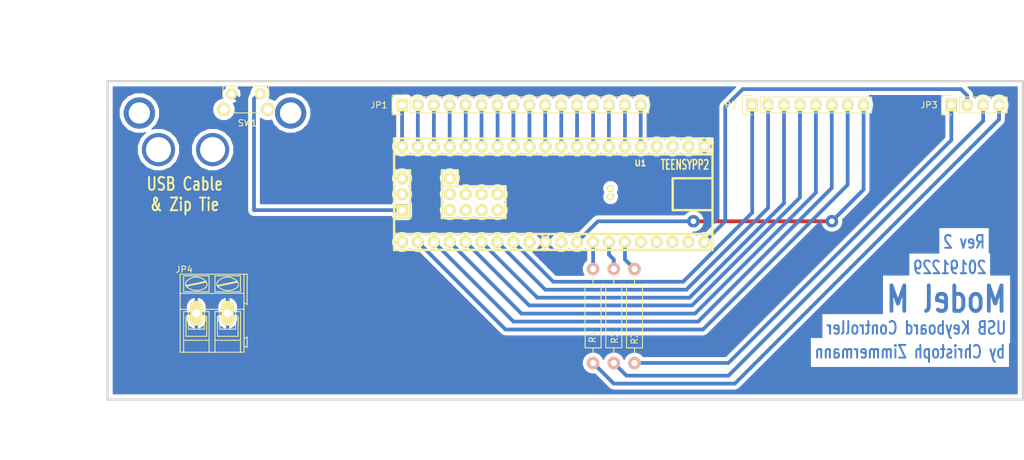
<source format=kicad_pcb>
(kicad_pcb (version 4) (host pcbnew 4.0.5+dfsg1-4)

  (general
    (links 36)
    (no_connects 0)
    (area 40.0304 42.4688 203.390501 115.035693)
    (thickness 1.6)
    (drawings 13)
    (tracks 124)
    (zones 0)
    (modules 9)
    (nets 34)
  )

  (page A4)
  (title_block
    (title "ModelM adapter to Teensy++ 2.0")
    (date 2019-12-29)
    (rev 2)
    (company "Christoph Zimmermann")
  )

  (layers
    (0 Inner_L1 signal)
    (31 Copper signal hide)
    (32 B.Adhes user hide)
    (33 F.Adhes user hide)
    (34 B.Paste user hide)
    (35 F.Paste user hide)
    (36 B.SilkS user hide)
    (37 F.SilkS user)
    (38 B.Mask user hide)
    (39 F.Mask user hide)
    (40 Dwgs.User user)
    (41 Cmts.User user)
    (42 Eco1.User user)
    (43 Eco2.User user)
    (44 Edge.Cuts user)
    (45 Margin user)
    (46 B.CrtYd user)
    (47 F.CrtYd user)
    (48 B.Fab user)
    (49 F.Fab user)
  )

  (setup
    (last_trace_width 0.6)
    (trace_clearance 0.2)
    (zone_clearance 0.635)
    (zone_45_only no)
    (trace_min 0.2)
    (segment_width 0.381)
    (edge_width 0.381)
    (via_size 2)
    (via_drill 0.9)
    (via_min_size 0.4)
    (via_min_drill 0.3)
    (uvia_size 0.508)
    (uvia_drill 0.2032)
    (uvias_allowed no)
    (uvia_min_size 0.2)
    (uvia_min_drill 0.1)
    (pcb_text_width 0.3048)
    (pcb_text_size 1.524 2.032)
    (mod_edge_width 0.381)
    (mod_text_size 1.524 1.524)
    (mod_text_width 0.3048)
    (pad_size 1.524 1.524)
    (pad_drill 0.8128)
    (pad_to_mask_clearance 0.2)
    (aux_axis_origin 0 0)
    (visible_elements 7FFFFFFF)
    (pcbplotparams
      (layerselection 0x21160_80000000)
      (usegerberextensions false)
      (excludeedgelayer true)
      (linewidth 0.100000)
      (plotframeref false)
      (viasonmask false)
      (mode 1)
      (useauxorigin false)
      (hpglpennumber 1)
      (hpglpenspeed 20)
      (hpglpendiameter 15)
      (hpglpenoverlay 2)
      (psnegative false)
      (psa4output false)
      (plotreference true)
      (plotvalue true)
      (plotinvisibletext false)
      (padsonsilk false)
      (subtractmaskfromsilk false)
      (outputformat 1)
      (mirror false)
      (drillshape 0)
      (scaleselection 1)
      (outputdirectory ""))
  )

  (net 0 "")
  (net 1 VCC)
  (net 2 GND)
  (net 3 /C0)
  (net 4 /C1)
  (net 5 /C2)
  (net 6 /C3)
  (net 7 /C4)
  (net 8 /R15)
  (net 9 /R14)
  (net 10 /R13)
  (net 11 /R12)
  (net 12 /R11)
  (net 13 /R10)
  (net 14 /R9)
  (net 15 /R8)
  (net 16 /R7)
  (net 17 /R6)
  (net 18 /R5)
  (net 19 /R4)
  (net 20 /R3)
  (net 21 /R2)
  (net 22 /R1)
  (net 23 /R0)
  (net 24 /C5)
  (net 25 /C6)
  (net 26 /C7)
  (net 27 "Net-(JP3-Pad1)")
  (net 28 "Net-(JP3-Pad3)")
  (net 29 "Net-(JP3-Pad4)")
  (net 30 "Net-(SW1-Pad2)")
  (net 31 /ScrollLock)
  (net 32 /CapsLock)
  (net 33 /NumLock)

  (net_class Default "This is the default net class."
    (clearance 0.2)
    (trace_width 0.6)
    (via_dia 2)
    (via_drill 0.9)
    (uvia_dia 0.508)
    (uvia_drill 0.2032)
    (add_net /C0)
    (add_net /C1)
    (add_net /C2)
    (add_net /C3)
    (add_net /C4)
    (add_net /C5)
    (add_net /C6)
    (add_net /C7)
    (add_net /CapsLock)
    (add_net /NumLock)
    (add_net /R0)
    (add_net /R1)
    (add_net /R10)
    (add_net /R11)
    (add_net /R12)
    (add_net /R13)
    (add_net /R14)
    (add_net /R15)
    (add_net /R2)
    (add_net /R3)
    (add_net /R4)
    (add_net /R5)
    (add_net /R6)
    (add_net /R7)
    (add_net /R8)
    (add_net /R9)
    (add_net /ScrollLock)
    (add_net GND)
    (add_net "Net-(JP3-Pad1)")
    (add_net "Net-(JP3-Pad3)")
    (add_net "Net-(JP3-Pad4)")
    (add_net "Net-(SW1-Pad2)")
    (add_net VCC)
  )

  (net_class Earth ""
    (clearance 1)
    (trace_width 1.5)
    (via_dia 1.4)
    (via_drill 0.9)
    (uvia_dia 0.508)
    (uvia_drill 0.2032)
  )

  (module TEENSYPP2:TEENSYPP2 (layer Inner_L1) (tedit 4F5FE77C) (tstamp 58475CB2)
    (at 128.27 72.644 180)
    (path /58474D3A)
    (fp_text reference U1 (at -13.89888 4.953 180) (layer F.SilkS)
      (effects (font (size 0.9144 0.9144) (thickness 0.2286)))
    )
    (fp_text value TEENSYPP2 (at -21.00072 4.699 180) (layer F.SilkS)
      (effects (font (size 1.524 0.9144) (thickness 0.2286)))
    )
    (fp_line (start 15.24 1.27) (end 17.78 1.27) (layer F.SilkS) (width 0.381))
    (fp_line (start 17.78 -3.81) (end 17.78 3.81) (layer F.SilkS) (width 0.381))
    (fp_line (start 17.78 3.81) (end 15.24 3.81) (layer F.SilkS) (width 0.381))
    (fp_line (start 15.24 3.81) (end 15.24 1.27) (layer F.SilkS) (width 0.381))
    (fp_line (start 15.24 1.27) (end 7.62 1.27) (layer F.SilkS) (width 0.381))
    (fp_line (start 7.62 1.27) (end 7.62 -3.81) (layer F.SilkS) (width 0.381))
    (fp_line (start 7.62 -3.81) (end 17.78 -3.81) (layer F.SilkS) (width 0.381))
    (fp_line (start 25.4 -3.81) (end 22.86 -3.81) (layer F.SilkS) (width 0.381))
    (fp_line (start 22.86 -3.81) (end 22.86 3.81) (layer F.SilkS) (width 0.381))
    (fp_line (start 22.86 3.81) (end 25.4 3.81) (layer F.SilkS) (width 0.381))
    (fp_line (start -25.4 -2.54) (end -19.05 -2.54) (layer F.SilkS) (width 0.381))
    (fp_line (start -19.05 -2.54) (end -19.05 2.54) (layer F.SilkS) (width 0.381))
    (fp_line (start -19.05 2.54) (end -25.4 2.54) (layer F.SilkS) (width 0.381))
    (fp_line (start 25.4 6.35) (end -25.4 6.35) (layer F.SilkS) (width 0.381))
    (fp_line (start -25.4 -6.35) (end 25.4 -6.35) (layer F.SilkS) (width 0.381))
    (fp_line (start -25.4 -8.89) (end 25.4 -8.89) (layer F.SilkS) (width 0.381))
    (fp_line (start 25.4 -8.89) (end 25.4 8.89) (layer F.SilkS) (width 0.381))
    (fp_line (start 25.4 8.89) (end -25.4 8.89) (layer F.SilkS) (width 0.381))
    (fp_line (start -25.4 8.89) (end -25.4 -8.89) (layer F.SilkS) (width 0.381))
    (pad 52 thru_hole circle (at -24.13 -7.62 180) (size 1.8796 1.8796) (drill 1.016) (layers *.Cu *.Mask F.SilkS)
      (net 1 VCC))
    (pad 51 thru_hole circle (at -21.59 -7.62 180) (size 1.8796 1.8796) (drill 1.016) (layers *.Cu *.Mask F.SilkS))
    (pad 50 thru_hole circle (at -19.05 -7.62 180) (size 1.8796 1.8796) (drill 1.016) (layers *.Cu *.Mask F.SilkS))
    (pad 49 thru_hole circle (at -16.51 -7.62 180) (size 1.8796 1.8796) (drill 1.016) (layers *.Cu *.Mask F.SilkS))
    (pad 48 thru_hole circle (at -13.97 -7.62 180) (size 1.8796 1.8796) (drill 1.016) (layers *.Cu *.Mask F.SilkS))
    (pad 47 thru_hole circle (at -11.43 -7.62 180) (size 1.8796 1.8796) (drill 1.016) (layers *.Cu *.Mask F.SilkS)
      (net 33 /NumLock))
    (pad 46 thru_hole circle (at -8.89 -7.62 180) (size 1.8796 1.8796) (drill 1.016) (layers *.Cu *.Mask F.SilkS)
      (net 32 /CapsLock))
    (pad 45 thru_hole circle (at -6.35 -7.62 180) (size 1.8796 1.8796) (drill 1.016) (layers *.Cu *.Mask F.SilkS)
      (net 31 /ScrollLock))
    (pad 44 thru_hole circle (at -3.81 -7.62 180) (size 1.8796 1.8796) (drill 1.016) (layers *.Cu *.Mask F.SilkS)
      (net 26 /C7))
    (pad 43 thru_hole circle (at -1.27 -7.62 180) (size 1.8796 1.8796) (drill 1.016) (layers *.Cu *.Mask F.SilkS))
    (pad 42 thru_hole circle (at 1.27 -7.62 180) (size 1.8796 1.8796) (drill 1.016) (layers *.Cu *.Mask F.SilkS)
      (net 2 GND))
    (pad 41 thru_hole circle (at 3.81 -7.62 180) (size 1.8796 1.8796) (drill 1.016) (layers *.Cu *.Mask F.SilkS))
    (pad 40 thru_hole circle (at 6.35 -7.62 180) (size 1.8796 1.8796) (drill 1.016) (layers *.Cu *.Mask F.SilkS)
      (net 3 /C0))
    (pad 39 thru_hole circle (at 8.89 -7.62 180) (size 1.8796 1.8796) (drill 1.016) (layers *.Cu *.Mask F.SilkS)
      (net 4 /C1))
    (pad 38 thru_hole circle (at 11.43 -7.62 180) (size 1.8796 1.8796) (drill 1.016) (layers *.Cu *.Mask F.SilkS)
      (net 5 /C2))
    (pad 37 thru_hole circle (at 13.97 -7.62 180) (size 1.8796 1.8796) (drill 1.016) (layers *.Cu *.Mask F.SilkS)
      (net 6 /C3))
    (pad 36 thru_hole circle (at 16.51 -7.62 180) (size 1.8796 1.8796) (drill 1.016) (layers *.Cu *.Mask F.SilkS)
      (net 7 /C4))
    (pad 35 thru_hole circle (at 19.05 -7.62 180) (size 1.8796 1.8796) (drill 1.016) (layers *.Cu *.Mask F.SilkS)
      (net 24 /C5))
    (pad 34 thru_hole circle (at 21.59 -7.62 180) (size 1.8796 1.8796) (drill 1.016) (layers *.Cu *.Mask F.SilkS)
      (net 25 /C6))
    (pad 33 thru_hole circle (at 24.13 -7.62 180) (size 1.8796 1.8796) (drill 1.016) (layers *.Cu *.Mask F.SilkS))
    (pad 20 thru_hole circle (at 24.13 7.62 180) (size 1.8796 1.8796) (drill 1.016) (layers *.Cu *.Mask F.SilkS)
      (net 23 /R0))
    (pad 19 thru_hole circle (at 21.59 7.62 180) (size 1.8796 1.8796) (drill 1.016) (layers *.Cu *.Mask F.SilkS)
      (net 22 /R1))
    (pad 18 thru_hole circle (at 19.05 7.62 180) (size 1.8796 1.8796) (drill 1.016) (layers *.Cu *.Mask F.SilkS)
      (net 21 /R2))
    (pad 17 thru_hole circle (at 16.51 7.62 180) (size 1.8796 1.8796) (drill 1.016) (layers *.Cu *.Mask F.SilkS)
      (net 20 /R3))
    (pad 16 thru_hole circle (at 13.97 7.62 180) (size 1.8796 1.8796) (drill 1.016) (layers *.Cu *.Mask F.SilkS)
      (net 19 /R4))
    (pad 15 thru_hole circle (at 11.43 7.62 180) (size 1.8796 1.8796) (drill 1.016) (layers *.Cu *.Mask F.SilkS)
      (net 18 /R5))
    (pad 14 thru_hole circle (at 8.89 7.62 180) (size 1.8796 1.8796) (drill 1.016) (layers *.Cu *.Mask F.SilkS)
      (net 17 /R6))
    (pad 13 thru_hole circle (at 6.35 7.62 180) (size 1.8796 1.8796) (drill 1.016) (layers *.Cu *.Mask F.SilkS)
      (net 16 /R7))
    (pad 12 thru_hole circle (at 3.81 7.62 180) (size 1.8796 1.8796) (drill 1.016) (layers *.Cu *.Mask F.SilkS)
      (net 15 /R8))
    (pad 11 thru_hole circle (at 1.27 7.62 180) (size 1.8796 1.8796) (drill 1.016) (layers *.Cu *.Mask F.SilkS)
      (net 14 /R9))
    (pad 10 thru_hole circle (at -1.27 7.62 180) (size 1.8796 1.8796) (drill 1.016) (layers *.Cu *.Mask F.SilkS)
      (net 13 /R10))
    (pad 9 thru_hole circle (at -3.81 7.62 180) (size 1.8796 1.8796) (drill 1.016) (layers *.Cu *.Mask F.SilkS)
      (net 12 /R11))
    (pad 8 thru_hole circle (at -6.35 7.62 180) (size 1.8796 1.8796) (drill 1.016) (layers *.Cu *.Mask F.SilkS)
      (net 11 /R12))
    (pad 7 thru_hole circle (at -8.89 7.62 180) (size 1.8796 1.8796) (drill 1.016) (layers *.Cu *.Mask F.SilkS)
      (net 10 /R13))
    (pad 6 thru_hole circle (at -11.43 7.62 180) (size 1.8796 1.8796) (drill 1.016) (layers *.Cu *.Mask F.SilkS)
      (net 9 /R14))
    (pad 5 thru_hole circle (at -13.97 7.62 180) (size 1.8796 1.8796) (drill 1.016) (layers *.Cu *.Mask F.SilkS)
      (net 8 /R15))
    (pad 4 thru_hole circle (at -16.51 7.62 180) (size 1.8796 1.8796) (drill 1.016) (layers *.Cu *.Mask F.SilkS))
    (pad 3 thru_hole circle (at -19.05 7.62 180) (size 1.8796 1.8796) (drill 1.016) (layers *.Cu *.Mask F.SilkS))
    (pad 2 thru_hole circle (at -21.59 7.62 180) (size 1.8796 1.8796) (drill 1.016) (layers *.Cu *.Mask F.SilkS))
    (pad 1 thru_hole rect (at -24.13 7.62 180) (size 1.8796 1.8796) (drill 1.016) (layers *.Cu *.Mask F.SilkS)
      (net 2 GND))
    (pad 23 thru_hole rect (at 24.13 -2.54 180) (size 1.8796 1.8796) (drill 1.016) (layers *.Cu *.Mask F.SilkS)
      (net 30 "Net-(SW1-Pad2)"))
    (pad 22 thru_hole circle (at 24.13 0 180) (size 1.8796 1.8796) (drill 1.016) (layers *.Cu *.Mask F.SilkS))
    (pad 21 thru_hole circle (at 24.13 2.54 180) (size 1.8796 1.8796) (drill 1.016) (layers *.Cu *.Mask F.SilkS))
    (pad 32 thru_hole circle (at 16.51 -2.54 180) (size 1.8796 1.8796) (drill 1.016) (layers *.Cu *.Mask F.SilkS))
    (pad 29 thru_hole circle (at 13.97 -2.54 180) (size 1.8796 1.8796) (drill 1.016) (layers *.Cu *.Mask F.SilkS))
    (pad 27 thru_hole circle (at 11.43 -2.54 180) (size 1.8796 1.8796) (drill 1.016) (layers *.Cu *.Mask F.SilkS))
    (pad 25 thru_hole circle (at 8.89 -2.54 180) (size 1.8796 1.8796) (drill 1.016) (layers *.Cu *.Mask F.SilkS))
    (pad 24 thru_hole circle (at 8.89 0 180) (size 1.8796 1.8796) (drill 1.016) (layers *.Cu *.Mask F.SilkS))
    (pad 26 thru_hole circle (at 11.43 0 180) (size 1.8796 1.8796) (drill 1.016) (layers *.Cu *.Mask F.SilkS))
    (pad 28 thru_hole circle (at 13.97 0 180) (size 1.8796 1.8796) (drill 1.016) (layers *.Cu *.Mask F.SilkS))
    (pad 31 thru_hole circle (at 16.51 0 180) (size 1.8796 1.8796) (drill 1.016) (layers *.Cu *.Mask F.SilkS))
    (pad 54 thru_hole circle (at -9.144 0.9144 180) (size 1.0668 1.0668) (drill 0.635) (layers *.Cu *.Mask F.SilkS))
    (pad 53 thru_hole circle (at -9.144 -0.4064 180) (size 1.0668 1.0668) (drill 0.635) (layers *.Cu *.Mask F.SilkS))
    (pad 30 thru_hole circle (at 16.51 2.54 180) (size 1.8796 1.8796) (drill 1.016) (layers *.Cu *.Mask F.SilkS))
  )

  (module Pin_Headers:Pin_Header_Straight_1x16 locked (layer Inner_L1) (tedit 0) (tstamp 58408A7A)
    (at 104.12 58.4 90)
    (descr "Through hole pin header")
    (tags "pin header")
    (path /48044A02)
    (fp_text reference JP1 (at -0.02 -3.663 180) (layer F.SilkS)
      (effects (font (size 1 1) (thickness 0.15)))
    )
    (fp_text value PINHD-1X16M (at -2.687 19.07 180) (layer F.Fab)
      (effects (font (size 1 1) (thickness 0.15)))
    )
    (fp_line (start -1.75 -1.75) (end -1.75 39.85) (layer F.CrtYd) (width 0.05))
    (fp_line (start 1.75 -1.75) (end 1.75 39.85) (layer F.CrtYd) (width 0.05))
    (fp_line (start -1.75 -1.75) (end 1.75 -1.75) (layer F.CrtYd) (width 0.05))
    (fp_line (start -1.75 39.85) (end 1.75 39.85) (layer F.CrtYd) (width 0.05))
    (fp_line (start -1.27 1.27) (end -1.27 39.37) (layer F.SilkS) (width 0.15))
    (fp_line (start -1.27 39.37) (end 1.27 39.37) (layer F.SilkS) (width 0.15))
    (fp_line (start 1.27 39.37) (end 1.27 1.27) (layer F.SilkS) (width 0.15))
    (fp_line (start 1.55 -1.55) (end 1.55 0) (layer F.SilkS) (width 0.15))
    (fp_line (start 1.27 1.27) (end -1.27 1.27) (layer F.SilkS) (width 0.15))
    (fp_line (start -1.55 0) (end -1.55 -1.55) (layer F.SilkS) (width 0.15))
    (fp_line (start -1.55 -1.55) (end 1.55 -1.55) (layer F.SilkS) (width 0.15))
    (pad 1 thru_hole rect (at 0 0 90) (size 2.032 1.7272) (drill 1.016) (layers *.Cu *.Mask F.SilkS)
      (net 23 /R0))
    (pad 2 thru_hole oval (at 0 2.54 90) (size 2.032 1.7272) (drill 1.016) (layers *.Cu *.Mask F.SilkS)
      (net 22 /R1))
    (pad 3 thru_hole oval (at 0 5.08 90) (size 2.032 1.7272) (drill 1.016) (layers *.Cu *.Mask F.SilkS)
      (net 21 /R2))
    (pad 4 thru_hole oval (at 0 7.62 90) (size 2.032 1.7272) (drill 1.016) (layers *.Cu *.Mask F.SilkS)
      (net 20 /R3))
    (pad 5 thru_hole oval (at 0 10.16 90) (size 2.032 1.7272) (drill 1.016) (layers *.Cu *.Mask F.SilkS)
      (net 19 /R4))
    (pad 6 thru_hole oval (at 0 12.7 90) (size 2.032 1.7272) (drill 1.016) (layers *.Cu *.Mask F.SilkS)
      (net 18 /R5))
    (pad 7 thru_hole oval (at 0 15.24 90) (size 2.032 1.7272) (drill 1.016) (layers *.Cu *.Mask F.SilkS)
      (net 17 /R6))
    (pad 8 thru_hole oval (at 0 17.78 90) (size 2.032 1.7272) (drill 1.016) (layers *.Cu *.Mask F.SilkS)
      (net 16 /R7))
    (pad 9 thru_hole oval (at 0 20.32 90) (size 2.032 1.7272) (drill 1.016) (layers *.Cu *.Mask F.SilkS)
      (net 15 /R8))
    (pad 10 thru_hole oval (at 0 22.86 90) (size 2.032 1.7272) (drill 1.016) (layers *.Cu *.Mask F.SilkS)
      (net 14 /R9))
    (pad 11 thru_hole oval (at 0 25.4 90) (size 2.032 1.7272) (drill 1.016) (layers *.Cu *.Mask F.SilkS)
      (net 13 /R10))
    (pad 12 thru_hole oval (at 0 27.94 90) (size 2.032 1.7272) (drill 1.016) (layers *.Cu *.Mask F.SilkS)
      (net 12 /R11))
    (pad 13 thru_hole oval (at 0 30.48 90) (size 2.032 1.7272) (drill 1.016) (layers *.Cu *.Mask F.SilkS)
      (net 11 /R12))
    (pad 14 thru_hole oval (at 0 33.02 90) (size 2.032 1.7272) (drill 1.016) (layers *.Cu *.Mask F.SilkS)
      (net 10 /R13))
    (pad 15 thru_hole oval (at 0 35.56 90) (size 2.032 1.7272) (drill 1.016) (layers *.Cu *.Mask F.SilkS)
      (net 9 /R14))
    (pad 16 thru_hole oval (at 0 38.1 90) (size 2.032 1.7272) (drill 1.016) (layers *.Cu *.Mask F.SilkS)
      (net 8 /R15))
    (model Pin_Headers.3dshapes/Pin_Header_Straight_1x16.wrl
      (at (xyz 0 -0.75 0))
      (scale (xyz 1 1 1))
      (rotate (xyz 0 0 90))
    )
  )

  (module Pin_Headers:Pin_Header_Straight_1x08 locked (layer Inner_L1) (tedit 0) (tstamp 58408A8D)
    (at 160 58.42 90)
    (descr "Through hole pin header")
    (tags "pin header")
    (path /48044A0E)
    (fp_text reference JP2 (at 0 -3.79 180) (layer F.SilkS)
      (effects (font (size 1 1) (thickness 0.15)))
    )
    (fp_text value PINHD-1X8M (at -2.667 9.037 180) (layer F.Fab)
      (effects (font (size 1 1) (thickness 0.15)))
    )
    (fp_line (start -1.75 -1.75) (end -1.75 19.55) (layer F.CrtYd) (width 0.05))
    (fp_line (start 1.75 -1.75) (end 1.75 19.55) (layer F.CrtYd) (width 0.05))
    (fp_line (start -1.75 -1.75) (end 1.75 -1.75) (layer F.CrtYd) (width 0.05))
    (fp_line (start -1.75 19.55) (end 1.75 19.55) (layer F.CrtYd) (width 0.05))
    (fp_line (start 1.27 1.27) (end 1.27 19.05) (layer F.SilkS) (width 0.15))
    (fp_line (start 1.27 19.05) (end -1.27 19.05) (layer F.SilkS) (width 0.15))
    (fp_line (start -1.27 19.05) (end -1.27 1.27) (layer F.SilkS) (width 0.15))
    (fp_line (start 1.55 -1.55) (end 1.55 0) (layer F.SilkS) (width 0.15))
    (fp_line (start 1.27 1.27) (end -1.27 1.27) (layer F.SilkS) (width 0.15))
    (fp_line (start -1.55 0) (end -1.55 -1.55) (layer F.SilkS) (width 0.15))
    (fp_line (start -1.55 -1.55) (end 1.55 -1.55) (layer F.SilkS) (width 0.15))
    (pad 1 thru_hole rect (at 0 0 90) (size 2.032 1.7272) (drill 1.016) (layers *.Cu *.Mask F.SilkS)
      (net 3 /C0))
    (pad 2 thru_hole oval (at 0 2.54 90) (size 2.032 1.7272) (drill 1.016) (layers *.Cu *.Mask F.SilkS)
      (net 4 /C1))
    (pad 3 thru_hole oval (at 0 5.08 90) (size 2.032 1.7272) (drill 1.016) (layers *.Cu *.Mask F.SilkS)
      (net 5 /C2))
    (pad 4 thru_hole oval (at 0 7.62 90) (size 2.032 1.7272) (drill 1.016) (layers *.Cu *.Mask F.SilkS)
      (net 6 /C3))
    (pad 5 thru_hole oval (at 0 10.16 90) (size 2.032 1.7272) (drill 1.016) (layers *.Cu *.Mask F.SilkS)
      (net 7 /C4))
    (pad 6 thru_hole oval (at 0 12.7 90) (size 2.032 1.7272) (drill 1.016) (layers *.Cu *.Mask F.SilkS)
      (net 24 /C5))
    (pad 7 thru_hole oval (at 0 15.24 90) (size 2.032 1.7272) (drill 1.016) (layers *.Cu *.Mask F.SilkS)
      (net 25 /C6))
    (pad 8 thru_hole oval (at 0 17.78 90) (size 2.032 1.7272) (drill 1.016) (layers *.Cu *.Mask F.SilkS)
      (net 26 /C7))
    (model Pin_Headers.3dshapes/Pin_Header_Straight_1x08.wrl
      (at (xyz 0 -0.35 0))
      (scale (xyz 1 1 1))
      (rotate (xyz 0 0 90))
    )
  )

  (module Pin_Headers:Pin_Header_Straight_1x04 locked (layer Inner_L1) (tedit 5E08F400) (tstamp 58408A98)
    (at 191.77 58.42 90)
    (descr "Through hole pin header")
    (tags "pin header")
    (path /48044A1E)
    (fp_text reference JP3 (at 0 -3.556 180) (layer F.SilkS)
      (effects (font (size 1 1) (thickness 0.15)))
    )
    (fp_text value PINHD-1X4M (at -2.794 4.064 180) (layer F.Fab)
      (effects (font (size 1 1) (thickness 0.15)))
    )
    (fp_line (start -1.75 -1.75) (end -1.75 9.4) (layer F.CrtYd) (width 0.05))
    (fp_line (start 1.75 -1.75) (end 1.75 9.4) (layer F.CrtYd) (width 0.05))
    (fp_line (start -1.75 -1.75) (end 1.75 -1.75) (layer F.CrtYd) (width 0.05))
    (fp_line (start -1.75 9.4) (end 1.75 9.4) (layer F.CrtYd) (width 0.05))
    (fp_line (start -1.27 1.27) (end -1.27 8.89) (layer F.SilkS) (width 0.15))
    (fp_line (start 1.27 1.27) (end 1.27 8.89) (layer F.SilkS) (width 0.15))
    (fp_line (start 1.55 -1.55) (end 1.55 0) (layer F.SilkS) (width 0.15))
    (fp_line (start -1.27 8.89) (end 1.27 8.89) (layer F.SilkS) (width 0.15))
    (fp_line (start 1.27 1.27) (end -1.27 1.27) (layer F.SilkS) (width 0.15))
    (fp_line (start -1.55 0) (end -1.55 -1.55) (layer F.SilkS) (width 0.15))
    (fp_line (start -1.55 -1.55) (end 1.55 -1.55) (layer F.SilkS) (width 0.15))
    (pad 1 thru_hole rect (at 0 0 90) (size 2.032 1.7272) (drill 1.016) (layers *.Cu *.Mask F.SilkS)
      (net 27 "Net-(JP3-Pad1)"))
    (pad 2 thru_hole oval (at 0 2.54 90) (size 2.032 1.7272) (drill 1.016) (layers *.Cu *.Mask F.SilkS)
      (net 1 VCC))
    (pad 3 thru_hole oval (at 0 5.08 90) (size 2.032 1.7272) (drill 1.016) (layers *.Cu *.Mask F.SilkS)
      (net 28 "Net-(JP3-Pad3)"))
    (pad 4 thru_hole oval (at 0 7.62 90) (size 2.032 1.7272) (drill 1.016) (layers *.Cu *.Mask F.SilkS)
      (net 29 "Net-(JP3-Pad4)"))
    (model Pin_Headers.3dshapes/Pin_Header_Straight_1x04.wrl
      (at (xyz 0 -0.15 0))
      (scale (xyz 1 1 1))
      (rotate (xyz 0 0 90))
    )
  )

  (module Connect:AK300-2 (layer Inner_L1) (tedit 5E08F624) (tstamp 58475C6C)
    (at 71.31304 91.63304)
    (descr CONNECTOR)
    (tags CONNECTOR)
    (path /57635514)
    (attr virtual)
    (fp_text reference JP4 (at -1.92 -6.985) (layer F.SilkS)
      (effects (font (size 1 1) (thickness 0.15)))
    )
    (fp_text value "6.3 mm" (at 2.779 7.747) (layer F.Fab)
      (effects (font (size 1 1) (thickness 0.15)))
    )
    (fp_line (start 8.363 -6.473) (end -2.83 -6.473) (layer F.CrtYd) (width 0.05))
    (fp_line (start 8.363 6.473) (end 8.363 -6.473) (layer F.CrtYd) (width 0.05))
    (fp_line (start -2.83 6.473) (end 8.363 6.473) (layer F.CrtYd) (width 0.05))
    (fp_line (start -2.83 -6.473) (end -2.83 6.473) (layer F.CrtYd) (width 0.05))
    (fp_line (start -1.2596 2.54) (end 1.2804 2.54) (layer F.SilkS) (width 0.15))
    (fp_line (start 1.2804 2.54) (end 1.2804 -0.254) (layer F.SilkS) (width 0.15))
    (fp_line (start -1.2596 -0.254) (end 1.2804 -0.254) (layer F.SilkS) (width 0.15))
    (fp_line (start -1.2596 2.54) (end -1.2596 -0.254) (layer F.SilkS) (width 0.15))
    (fp_line (start 3.7442 2.54) (end 6.2842 2.54) (layer F.SilkS) (width 0.15))
    (fp_line (start 6.2842 2.54) (end 6.2842 -0.254) (layer F.SilkS) (width 0.15))
    (fp_line (start 3.7442 -0.254) (end 6.2842 -0.254) (layer F.SilkS) (width 0.15))
    (fp_line (start 3.7442 2.54) (end 3.7442 -0.254) (layer F.SilkS) (width 0.15))
    (fp_line (start 7.605 -6.223) (end 7.605 -3.175) (layer F.SilkS) (width 0.15))
    (fp_line (start 7.605 -6.223) (end -2.58 -6.223) (layer F.SilkS) (width 0.15))
    (fp_line (start 7.605 -6.223) (end 8.113 -6.223) (layer F.SilkS) (width 0.15))
    (fp_line (start 8.113 -6.223) (end 8.113 -1.397) (layer F.SilkS) (width 0.15))
    (fp_line (start 8.113 -1.397) (end 7.605 -1.651) (layer F.SilkS) (width 0.15))
    (fp_line (start 8.113 5.461) (end 7.605 5.207) (layer F.SilkS) (width 0.15))
    (fp_line (start 7.605 5.207) (end 7.605 6.223) (layer F.SilkS) (width 0.15))
    (fp_line (start 8.113 3.81) (end 7.605 4.064) (layer F.SilkS) (width 0.15))
    (fp_line (start 7.605 4.064) (end 7.605 5.207) (layer F.SilkS) (width 0.15))
    (fp_line (start 8.113 3.81) (end 8.113 5.461) (layer F.SilkS) (width 0.15))
    (fp_line (start 2.9822 6.223) (end 2.9822 4.318) (layer F.SilkS) (width 0.15))
    (fp_line (start 7.0462 -0.254) (end 7.0462 4.318) (layer F.SilkS) (width 0.15))
    (fp_line (start 2.9822 6.223) (end 7.0462 6.223) (layer F.SilkS) (width 0.15))
    (fp_line (start 7.0462 6.223) (end 7.605 6.223) (layer F.SilkS) (width 0.15))
    (fp_line (start 2.0424 6.223) (end 2.0424 4.318) (layer F.SilkS) (width 0.15))
    (fp_line (start 2.0424 6.223) (end 2.9822 6.223) (layer F.SilkS) (width 0.15))
    (fp_line (start -2.0216 -0.254) (end -2.0216 4.318) (layer F.SilkS) (width 0.15))
    (fp_line (start -2.58 6.223) (end -2.0216 6.223) (layer F.SilkS) (width 0.15))
    (fp_line (start -2.0216 6.223) (end 2.0424 6.223) (layer F.SilkS) (width 0.15))
    (fp_line (start 2.9822 4.318) (end 7.0462 4.318) (layer F.SilkS) (width 0.15))
    (fp_line (start 2.9822 4.318) (end 2.9822 -0.254) (layer F.SilkS) (width 0.15))
    (fp_line (start 7.0462 4.318) (end 7.0462 6.223) (layer F.SilkS) (width 0.15))
    (fp_line (start 2.0424 4.318) (end -2.0216 4.318) (layer F.SilkS) (width 0.15))
    (fp_line (start 2.0424 4.318) (end 2.0424 -0.254) (layer F.SilkS) (width 0.15))
    (fp_line (start -2.0216 4.318) (end -2.0216 6.223) (layer F.SilkS) (width 0.15))
    (fp_line (start 6.6652 3.683) (end 6.6652 0.508) (layer F.SilkS) (width 0.15))
    (fp_line (start 6.6652 3.683) (end 3.3632 3.683) (layer F.SilkS) (width 0.15))
    (fp_line (start 3.3632 3.683) (end 3.3632 0.508) (layer F.SilkS) (width 0.15))
    (fp_line (start 1.6614 3.683) (end 1.6614 0.508) (layer F.SilkS) (width 0.15))
    (fp_line (start 1.6614 3.683) (end -1.6406 3.683) (layer F.SilkS) (width 0.15))
    (fp_line (start -1.6406 3.683) (end -1.6406 0.508) (layer F.SilkS) (width 0.15))
    (fp_line (start -1.6406 0.508) (end -1.2596 0.508) (layer F.SilkS) (width 0.15))
    (fp_line (start 1.6614 0.508) (end 1.2804 0.508) (layer F.SilkS) (width 0.15))
    (fp_line (start 3.3632 0.508) (end 3.7442 0.508) (layer F.SilkS) (width 0.15))
    (fp_line (start 6.6652 0.508) (end 6.2842 0.508) (layer F.SilkS) (width 0.15))
    (fp_line (start -2.58 6.223) (end -2.58 -0.635) (layer F.SilkS) (width 0.15))
    (fp_line (start -2.58 -0.635) (end -2.58 -3.175) (layer F.SilkS) (width 0.15))
    (fp_line (start 7.605 -1.651) (end 7.605 -0.635) (layer F.SilkS) (width 0.15))
    (fp_line (start 7.605 -0.635) (end 7.605 4.064) (layer F.SilkS) (width 0.15))
    (fp_line (start -2.58 -3.175) (end 7.605 -3.175) (layer F.SilkS) (width 0.15))
    (fp_line (start -2.58 -3.175) (end -2.58 -6.223) (layer F.SilkS) (width 0.15))
    (fp_line (start 7.605 -3.175) (end 7.605 -1.651) (layer F.SilkS) (width 0.15))
    (fp_line (start 2.9822 -3.429) (end 2.9822 -5.969) (layer F.SilkS) (width 0.15))
    (fp_line (start 2.9822 -5.969) (end 7.0462 -5.969) (layer F.SilkS) (width 0.15))
    (fp_line (start 7.0462 -5.969) (end 7.0462 -3.429) (layer F.SilkS) (width 0.15))
    (fp_line (start 7.0462 -3.429) (end 2.9822 -3.429) (layer F.SilkS) (width 0.15))
    (fp_line (start 2.0424 -3.429) (end 2.0424 -5.969) (layer F.SilkS) (width 0.15))
    (fp_line (start 2.0424 -3.429) (end -2.0216 -3.429) (layer F.SilkS) (width 0.15))
    (fp_line (start -2.0216 -3.429) (end -2.0216 -5.969) (layer F.SilkS) (width 0.15))
    (fp_line (start 2.0424 -5.969) (end -2.0216 -5.969) (layer F.SilkS) (width 0.15))
    (fp_line (start 3.3886 -4.445) (end 6.4366 -5.08) (layer F.SilkS) (width 0.15))
    (fp_line (start 3.5156 -4.318) (end 6.5636 -4.953) (layer F.SilkS) (width 0.15))
    (fp_line (start -1.6152 -4.445) (end 1.43534 -5.08) (layer F.SilkS) (width 0.15))
    (fp_line (start -1.4882 -4.318) (end 1.5598 -4.953) (layer F.SilkS) (width 0.15))
    (fp_line (start -2.0216 -0.254) (end -1.6406 -0.254) (layer F.SilkS) (width 0.15))
    (fp_line (start 2.0424 -0.254) (end 1.6614 -0.254) (layer F.SilkS) (width 0.15))
    (fp_line (start 1.6614 -0.254) (end -1.6406 -0.254) (layer F.SilkS) (width 0.15))
    (fp_line (start -2.58 -0.635) (end -1.6406 -0.635) (layer F.SilkS) (width 0.15))
    (fp_line (start -1.6406 -0.635) (end 1.6614 -0.635) (layer F.SilkS) (width 0.15))
    (fp_line (start 1.6614 -0.635) (end 3.3632 -0.635) (layer F.SilkS) (width 0.15))
    (fp_line (start 7.605 -0.635) (end 6.6652 -0.635) (layer F.SilkS) (width 0.15))
    (fp_line (start 6.6652 -0.635) (end 3.3632 -0.635) (layer F.SilkS) (width 0.15))
    (fp_line (start 7.0462 -0.254) (end 6.6652 -0.254) (layer F.SilkS) (width 0.15))
    (fp_line (start 2.9822 -0.254) (end 3.3632 -0.254) (layer F.SilkS) (width 0.15))
    (fp_line (start 3.3632 -0.254) (end 6.6652 -0.254) (layer F.SilkS) (width 0.15))
    (fp_arc (start 6.0302 -4.59486) (end 6.53566 -5.05206) (angle 90.5) (layer F.SilkS) (width 0.15))
    (fp_arc (start 5.065 -6.0706) (end 6.52804 -4.11734) (angle 75.5) (layer F.SilkS) (width 0.15))
    (fp_arc (start 4.98626 -3.7084) (end 3.3886 -5.0038) (angle 100) (layer F.SilkS) (width 0.15))
    (fp_arc (start 3.8712 -4.64566) (end 3.58164 -4.1275) (angle 104.2) (layer F.SilkS) (width 0.15))
    (fp_arc (start 1.0264 -4.59486) (end 1.5344 -5.05206) (angle 90.5) (layer F.SilkS) (width 0.15))
    (fp_arc (start 0.06374 -6.0706) (end 1.52678 -4.11734) (angle 75.5) (layer F.SilkS) (width 0.15))
    (fp_arc (start -0.01246 -3.7084) (end -1.6152 -5.0038) (angle 100) (layer F.SilkS) (width 0.15))
    (fp_arc (start -1.1326 -4.64566) (end -1.41962 -4.1275) (angle 104.2) (layer F.SilkS) (width 0.15))
    (pad 1 thru_hole oval (at 0 0) (size 1.9812 3.9624) (drill 1.3208) (layers *.Cu F.Paste F.SilkS F.Mask)
      (net 2 GND))
    (pad 2 thru_hole oval (at 5 0) (size 1.9812 3.9624) (drill 1.3208) (layers *.Cu F.Paste F.SilkS F.Mask)
      (net 2 GND))
  )

  (module Buttons_Switches_ThroughHole:SW_Tactile_SPST_Angled (layer Inner_L1) (tedit 5E08F663) (tstamp 58475C78)
    (at 76.962 56.642)
    (descr "tactile switch SPST right angle, 1825027-2")
    (tags "tactile switch SPST angled 1825027-2")
    (path /58475205)
    (fp_text reference SW1 (at 2.5 4.65) (layer F.SilkS)
      (effects (font (size 1 1) (thickness 0.15)))
    )
    (fp_text value Reset (at -6.096 -0.635) (layer F.Fab)
      (effects (font (size 1 1) (thickness 0.15)))
    )
    (fp_line (start -2.5 -1.5) (end 7.05 -1.5) (layer F.CrtYd) (width 0.05))
    (fp_line (start 7.05 -1.5) (end 7.05 3.8) (layer F.CrtYd) (width 0.05))
    (fp_line (start 7.05 3.8) (end -2.5 3.8) (layer F.CrtYd) (width 0.05))
    (fp_line (start -2.5 3.8) (end -2.5 -1.5) (layer F.CrtYd) (width 0.05))
    (fp_line (start -1.397 -1.27) (end 5.9 -1.27) (layer F.SilkS) (width 0.15))
    (fp_line (start 5.9 -1.27) (end 5.9 1.3) (layer F.SilkS) (width 0.15))
    (fp_line (start 0 3.03) (end 4.5 3.03) (layer F.SilkS) (width 0.15))
    (fp_line (start -1.397 -1.27) (end -1.397 1.3) (layer F.SilkS) (width 0.15))
    (pad "" thru_hole circle (at 5.76 2.49) (size 2.1 2.1) (drill 1.3) (layers *.Cu *.Mask F.SilkS))
    (pad 2 thru_hole circle (at 4.5 0) (size 1.75 1.75) (drill 0.99) (layers *.Cu *.Mask F.SilkS)
      (net 30 "Net-(SW1-Pad2)"))
    (pad 1 thru_hole circle (at 0 0) (size 1.75 1.75) (drill 0.99) (layers *.Cu *.Mask F.SilkS)
      (net 2 GND))
    (pad "" thru_hole circle (at -1.25 2.49) (size 2.1 2.1) (drill 1.3) (layers *.Cu *.Mask F.SilkS))
    (model Buttons_Switches_ThroughHole.3dshapes/SW_Tactile_SPST_Angled.wrl
      (at (xyz 0.09 0.1 0.1575))
      (scale (xyz 0.39 0.39 0.39))
      (rotate (xyz -90 0 180))
    )
  )

  (module Resistors_ThroughHole:Resistor_Horizontal_RM15mm (layer Inner_L1) (tedit 569FCEE8) (tstamp 5847691A)
    (at 134.62 99.582 90)
    (descr "Resistor, Axial, RM 15mm,")
    (tags "Resistor Axial RM 15mm")
    (path /4804472B)
    (fp_text reference R1 (at 4.205 -0.127 90) (layer F.SilkS)
      (effects (font (size 1 1) (thickness 0.15)))
    )
    (fp_text value 220 (at 9.539 0 90) (layer F.Fab)
      (effects (font (size 1 1) (thickness 0.15)))
    )
    (fp_line (start -1.25 1.5) (end -1.25 -1.5) (layer F.CrtYd) (width 0.05))
    (fp_line (start -1.25 -1.5) (end 16.25 -1.5) (layer F.CrtYd) (width 0.05))
    (fp_line (start 16.25 -1.5) (end 16.25 1.5) (layer F.CrtYd) (width 0.05))
    (fp_line (start 16.25 1.5) (end -1.25 1.5) (layer F.CrtYd) (width 0.05))
    (fp_line (start 2.42 -1.27) (end 2.42 1.27) (layer F.SilkS) (width 0.15))
    (fp_line (start 2.42 1.27) (end 12.58 1.27) (layer F.SilkS) (width 0.15))
    (fp_line (start 12.58 1.27) (end 12.58 -1.27) (layer F.SilkS) (width 0.15))
    (fp_line (start 12.58 -1.27) (end 2.42 -1.27) (layer F.SilkS) (width 0.15))
    (fp_line (start 13.73 0) (end 12.58 0) (layer F.SilkS) (width 0.15))
    (fp_line (start 1.27 0) (end 2.42 0) (layer F.SilkS) (width 0.15))
    (pad 1 thru_hole circle (at 0 0 90) (size 1.99898 1.99898) (drill 1.00076) (layers *.Cu *.SilkS *.Mask)
      (net 29 "Net-(JP3-Pad4)"))
    (pad 2 thru_hole circle (at 15 0 90) (size 1.99898 1.99898) (drill 1.00076) (layers *.Cu *.SilkS *.Mask)
      (net 31 /ScrollLock))
    (model Resistors_ThroughHole.3dshapes/Resistor_Horizontal_RM15mm.wrl
      (at (xyz 0.295 0 0))
      (scale (xyz 0.395 0.4 0.4))
      (rotate (xyz 0 0 0))
    )
  )

  (module Resistors_ThroughHole:Resistor_Horizontal_RM15mm (layer Inner_L1) (tedit 569FCEE8) (tstamp 58476929)
    (at 137.922 99.568 90)
    (descr "Resistor, Axial, RM 15mm,")
    (tags "Resistor Axial RM 15mm")
    (path /48044731)
    (fp_text reference R2 (at 4.064 0.127 90) (layer F.SilkS)
      (effects (font (size 1 1) (thickness 0.15)))
    )
    (fp_text value 220 (at 9.525 0.254 90) (layer F.Fab)
      (effects (font (size 1 1) (thickness 0.15)))
    )
    (fp_line (start -1.25 1.5) (end -1.25 -1.5) (layer F.CrtYd) (width 0.05))
    (fp_line (start -1.25 -1.5) (end 16.25 -1.5) (layer F.CrtYd) (width 0.05))
    (fp_line (start 16.25 -1.5) (end 16.25 1.5) (layer F.CrtYd) (width 0.05))
    (fp_line (start 16.25 1.5) (end -1.25 1.5) (layer F.CrtYd) (width 0.05))
    (fp_line (start 2.42 -1.27) (end 2.42 1.27) (layer F.SilkS) (width 0.15))
    (fp_line (start 2.42 1.27) (end 12.58 1.27) (layer F.SilkS) (width 0.15))
    (fp_line (start 12.58 1.27) (end 12.58 -1.27) (layer F.SilkS) (width 0.15))
    (fp_line (start 12.58 -1.27) (end 2.42 -1.27) (layer F.SilkS) (width 0.15))
    (fp_line (start 13.73 0) (end 12.58 0) (layer F.SilkS) (width 0.15))
    (fp_line (start 1.27 0) (end 2.42 0) (layer F.SilkS) (width 0.15))
    (pad 1 thru_hole circle (at 0 0 90) (size 1.99898 1.99898) (drill 1.00076) (layers *.Cu *.SilkS *.Mask)
      (net 28 "Net-(JP3-Pad3)"))
    (pad 2 thru_hole circle (at 15 0 90) (size 1.99898 1.99898) (drill 1.00076) (layers *.Cu *.SilkS *.Mask)
      (net 32 /CapsLock))
    (model Resistors_ThroughHole.3dshapes/Resistor_Horizontal_RM15mm.wrl
      (at (xyz 0.295 0 0))
      (scale (xyz 0.395 0.4 0.4))
      (rotate (xyz 0 0 0))
    )
  )

  (module Resistors_ThroughHole:Resistor_Horizontal_RM15mm (layer Inner_L1) (tedit 569FCEE8) (tstamp 58476938)
    (at 141.224 99.582 90)
    (descr "Resistor, Axial, RM 15mm,")
    (tags "Resistor Axial RM 15mm")
    (path /48044733)
    (fp_text reference R3 (at 3.951 0 90) (layer F.SilkS)
      (effects (font (size 1 1) (thickness 0.15)))
    )
    (fp_text value 220 (at 9.539 0 90) (layer F.Fab)
      (effects (font (size 1 1) (thickness 0.15)))
    )
    (fp_line (start -1.25 1.5) (end -1.25 -1.5) (layer F.CrtYd) (width 0.05))
    (fp_line (start -1.25 -1.5) (end 16.25 -1.5) (layer F.CrtYd) (width 0.05))
    (fp_line (start 16.25 -1.5) (end 16.25 1.5) (layer F.CrtYd) (width 0.05))
    (fp_line (start 16.25 1.5) (end -1.25 1.5) (layer F.CrtYd) (width 0.05))
    (fp_line (start 2.42 -1.27) (end 2.42 1.27) (layer F.SilkS) (width 0.15))
    (fp_line (start 2.42 1.27) (end 12.58 1.27) (layer F.SilkS) (width 0.15))
    (fp_line (start 12.58 1.27) (end 12.58 -1.27) (layer F.SilkS) (width 0.15))
    (fp_line (start 12.58 -1.27) (end 2.42 -1.27) (layer F.SilkS) (width 0.15))
    (fp_line (start 13.73 0) (end 12.58 0) (layer F.SilkS) (width 0.15))
    (fp_line (start 1.27 0) (end 2.42 0) (layer F.SilkS) (width 0.15))
    (pad 1 thru_hole circle (at 0 0 90) (size 1.99898 1.99898) (drill 1.00076) (layers *.Cu *.SilkS *.Mask)
      (net 27 "Net-(JP3-Pad1)"))
    (pad 2 thru_hole circle (at 15 0 90) (size 1.99898 1.99898) (drill 1.00076) (layers *.Cu *.SilkS *.Mask)
      (net 33 /NumLock))
    (model Resistors_ThroughHole.3dshapes/Resistor_Horizontal_RM15mm.wrl
      (at (xyz 0.295 0 0))
      (scale (xyz 0.395 0.4 0.4))
      (rotate (xyz 0 0 0))
    )
  )

  (dimension 146.05 (width 0.3048) (layer Dwgs.User)
    (gr_text "146.050 mm" (at 130.175 115.9256) (layer Dwgs.User)
      (effects (font (size 2.032 1.524) (thickness 0.3048)))
    )
    (feature1 (pts (xy 57.15 105.41) (xy 57.15 117.5512)))
    (feature2 (pts (xy 203.2 105.41) (xy 203.2 117.5512)))
    (crossbar (pts (xy 203.2 114.3) (xy 57.15 114.3)))
    (arrow1a (pts (xy 57.15 114.3) (xy 58.276504 113.713579)))
    (arrow1b (pts (xy 57.15 114.3) (xy 58.276504 114.886421)))
    (arrow2a (pts (xy 203.2 114.3) (xy 202.073496 113.713579)))
    (arrow2b (pts (xy 203.2 114.3) (xy 202.073496 114.886421)))
  )
  (dimension 50.8 (width 0.3048) (layer Dwgs.User)
    (gr_text "50.800 mm" (at 46.634401 80.01 90) (layer Dwgs.User)
      (effects (font (size 2.032 1.524) (thickness 0.3048)))
    )
    (feature1 (pts (xy 57.15 54.61) (xy 45.008801 54.61)))
    (feature2 (pts (xy 57.15 105.41) (xy 45.008801 105.41)))
    (crossbar (pts (xy 48.260001 105.41) (xy 48.260001 54.61)))
    (arrow1a (pts (xy 48.260001 54.61) (xy 48.846422 55.736504)))
    (arrow1b (pts (xy 48.260001 54.61) (xy 47.67358 55.736504)))
    (arrow2a (pts (xy 48.260001 105.41) (xy 48.846422 104.283496)))
    (arrow2b (pts (xy 48.260001 105.41) (xy 47.67358 104.283496)))
  )
  (gr_text "USB Cable\n& Zip Tie" (at 69.469 72.644) (layer F.SilkS)
    (effects (font (size 2.032 1.524) (thickness 0.3048)))
  )
  (dimension 24.13 (width 0.3048) (layer Dwgs.User)
    (gr_text "24.130 mm" (at 74.295 44.0944) (layer Dwgs.User)
      (effects (font (size 2.032 1.524) (thickness 0.3048)))
    )
    (feature1 (pts (xy 86.36 59.69) (xy 86.36 42.4688)))
    (feature2 (pts (xy 62.23 59.69) (xy 62.23 42.4688)))
    (crossbar (pts (xy 62.23 45.72) (xy 86.36 45.72)))
    (arrow1a (pts (xy 86.36 45.72) (xy 85.233496 46.306421)))
    (arrow1b (pts (xy 86.36 45.72) (xy 85.233496 45.133579)))
    (arrow2a (pts (xy 62.23 45.72) (xy 63.356504 46.306421)))
    (arrow2b (pts (xy 62.23 45.72) (xy 63.356504 45.133579)))
  )
  (gr_text 20191229 (at 191.516 84.328) (layer Copper)
    (effects (font (size 2.032 1.524) (thickness 0.3048)) (justify mirror))
  )
  (gr_text "Rev 2" (at 193.802 80.264) (layer Copper)
    (effects (font (size 2.032 1.524) (thickness 0.3048)) (justify mirror))
  )
  (gr_line (start 57.15 105.41) (end 203.2 105.41) (angle 90) (layer Edge.Cuts) (width 0.381))
  (gr_line (start 57.15 54.61) (end 203.2 54.61) (angle 90) (layer Edge.Cuts) (width 0.381))
  (gr_text "by Christoph Zimmermann" (at 185.166 97.79) (layer Copper)
    (effects (font (size 2.032 1.524) (thickness 0.3048)) (justify mirror))
  )
  (gr_text "USB Keyboard Controller" (at 186.182 93.98) (layer Copper)
    (effects (font (size 2.032 1.524) (thickness 0.3048)) (justify mirror))
  )
  (gr_text "Model M" (at 191.008 89.408) (layer Copper)
    (effects (font (size 4.064 3.048) (thickness 0.6096)) (justify mirror))
  )
  (gr_line (start 57.15 105.41) (end 57.15 54.61) (angle 90) (layer Edge.Cuts) (width 0.381))
  (gr_line (start 203.2 54.61) (end 203.2 105.41) (angle 90) (layer Edge.Cuts) (width 0.381))

  (via (at 65.278 65.532) (size 5.3) (drill 4) (layers Inner_L1 Copper) (net 0) (tstamp 58476D2B))
  (via (at 73.914 65.532) (size 5.3) (drill 4) (layers Inner_L1 Copper) (net 0))
  (via (at 62.23 59.69) (size 5) (drill 3.4) (layers Inner_L1 Copper) (net 0))
  (via (at 86.36 59.69) (size 5) (drill 3.4) (layers Inner_L1 Copper) (net 0))
  (segment (start 194.31 58.42) (end 194.31 56.896) (width 0.6) (layer Copper) (net 1))
  (segment (start 194.31 56.896) (end 193.294 55.88) (width 0.6) (layer Copper) (net 1))
  (segment (start 193.294 55.88) (end 158.496 55.88) (width 0.6) (layer Copper) (net 1))
  (segment (start 158.496 55.88) (end 155.702 58.674) (width 0.6) (layer Copper) (net 1))
  (segment (start 155.702 58.674) (end 155.702 76.962) (width 0.6) (layer Copper) (net 1))
  (segment (start 155.702 76.962) (end 152.4 80.264) (width 0.6) (layer Copper) (net 1))
  (segment (start 79.248 77.47) (end 76.31304 80.40496) (width 0.6) (layer Copper) (net 2))
  (segment (start 76.31304 80.40496) (end 76.31304 91.63304) (width 0.6) (layer Copper) (net 2))
  (segment (start 126.746 77.47) (end 79.248 77.47) (width 0.6) (layer Copper) (net 2))
  (segment (start 76.962 56.642) (end 77.216 56.642) (width 0.6) (layer Copper) (net 2))
  (segment (start 77.216 56.642) (end 79.248 58.674) (width 0.6) (layer Copper) (net 2))
  (segment (start 79.248 58.674) (end 79.248 77.47) (width 0.6) (layer Copper) (net 2))
  (segment (start 152.4 65.024) (end 152.4 66.5638) (width 0.6) (layer Copper) (net 2))
  (segment (start 152.4 66.5638) (end 150.3838 68.58) (width 0.6) (layer Copper) (net 2))
  (segment (start 150.3838 68.58) (end 135.89 68.58) (width 0.6) (layer Copper) (net 2))
  (segment (start 135.89 68.58) (end 127 77.47) (width 0.6) (layer Copper) (net 2))
  (segment (start 127 77.47) (end 126.746 77.47) (width 0.6) (layer Copper) (net 2))
  (segment (start 127 80.264) (end 127 77.724) (width 0.6) (layer Copper) (net 2))
  (segment (start 127 77.724) (end 126.746 77.47) (width 0.6) (layer Copper) (net 2))
  (segment (start 76.31304 91.63304) (end 71.31304 91.63304) (width 0.6) (layer Copper) (net 2))
  (segment (start 160 58.42) (end 160 75.596614) (width 0.6) (layer Copper) (net 3))
  (segment (start 128.27 86.614) (end 122.859799 81.203799) (width 0.6) (layer Copper) (net 3))
  (segment (start 160 75.596614) (end 148.982614 86.614) (width 0.6) (layer Copper) (net 3))
  (segment (start 148.982614 86.614) (end 128.27 86.614) (width 0.6) (layer Copper) (net 3))
  (segment (start 122.859799 81.203799) (end 121.92 80.264) (width 0.6) (layer Copper) (net 3))
  (segment (start 119.38 80.264) (end 127 87.884) (width 0.6) (layer Copper) (net 4))
  (segment (start 149.490614 87.884) (end 162.54 74.834614) (width 0.6) (layer Copper) (net 4))
  (segment (start 127 87.884) (end 149.490614 87.884) (width 0.6) (layer Copper) (net 4))
  (segment (start 162.54 74.834614) (end 162.54 60.036) (width 0.6) (layer Copper) (net 4))
  (segment (start 162.54 60.036) (end 162.54 58.42) (width 0.6) (layer Copper) (net 4))
  (segment (start 165.08 58.42) (end 165.08 74.072614) (width 0.6) (layer Copper) (net 5))
  (segment (start 165.08 74.072614) (end 149.998614 89.154) (width 0.6) (layer Copper) (net 5))
  (segment (start 149.998614 89.154) (end 125.73 89.154) (width 0.6) (layer Copper) (net 5))
  (segment (start 125.73 89.154) (end 117.779799 81.203799) (width 0.6) (layer Copper) (net 5))
  (segment (start 117.779799 81.203799) (end 116.84 80.264) (width 0.6) (layer Copper) (net 5))
  (segment (start 167.62 58.42) (end 167.62 73.172) (width 0.6) (layer Copper) (net 6))
  (segment (start 167.62 73.172) (end 150.406011 90.385989) (width 0.6) (layer Copper) (net 6))
  (segment (start 115.239799 81.203799) (end 114.3 80.264) (width 0.6) (layer Copper) (net 6))
  (segment (start 150.406011 90.385989) (end 124.421989 90.385989) (width 0.6) (layer Copper) (net 6))
  (segment (start 124.421989 90.385989) (end 115.239799 81.203799) (width 0.6) (layer Copper) (net 6))
  (segment (start 167.62 58.42) (end 167.62 60.455) (width 0.6) (layer Copper) (net 6))
  (segment (start 150.876 91.694) (end 170.16 72.41) (width 0.6) (layer Copper) (net 7))
  (segment (start 111.76 80.264) (end 123.19 91.694) (width 0.6) (layer Copper) (net 7))
  (segment (start 170.16 60.036) (end 170.16 58.42) (width 0.6) (layer Copper) (net 7))
  (segment (start 123.19 91.694) (end 150.876 91.694) (width 0.6) (layer Copper) (net 7))
  (segment (start 170.16 72.41) (end 170.16 60.036) (width 0.6) (layer Copper) (net 7))
  (segment (start 142.22 58.4) (end 142.22 65.004) (width 0.6) (layer Copper) (net 8))
  (segment (start 142.22 65.004) (end 142.24 65.024) (width 0.6) (layer Copper) (net 8))
  (segment (start 139.7 65.024) (end 139.7 58.42) (width 0.6) (layer Copper) (net 9))
  (segment (start 139.7 58.42) (end 139.68 58.4) (width 0.6) (layer Copper) (net 9))
  (segment (start 137.14 58.4) (end 137.14 65.004) (width 0.6) (layer Copper) (net 10))
  (segment (start 137.14 65.004) (end 137.16 65.024) (width 0.6) (layer Copper) (net 10))
  (segment (start 134.62 65.024) (end 134.62 58.42) (width 0.6) (layer Copper) (net 11))
  (segment (start 134.62 58.42) (end 134.6 58.4) (width 0.6) (layer Copper) (net 11))
  (segment (start 132.06 58.4) (end 132.06 65.004) (width 0.6) (layer Copper) (net 12))
  (segment (start 132.06 65.004) (end 132.08 65.024) (width 0.6) (layer Copper) (net 12))
  (segment (start 129.54 65.024) (end 129.54 58.42) (width 0.6) (layer Copper) (net 13))
  (segment (start 129.54 58.42) (end 129.52 58.4) (width 0.6) (layer Copper) (net 13))
  (segment (start 126.98 58.4) (end 126.98 65.004) (width 0.6) (layer Copper) (net 14))
  (segment (start 126.98 65.004) (end 127 65.024) (width 0.6) (layer Copper) (net 14))
  (segment (start 124.46 65.024) (end 124.46 58.42) (width 0.6) (layer Copper) (net 15))
  (segment (start 124.46 58.42) (end 124.44 58.4) (width 0.6) (layer Copper) (net 15))
  (segment (start 121.9 58.4) (end 121.9 65.004) (width 0.6) (layer Copper) (net 16))
  (segment (start 121.9 65.004) (end 121.92 65.024) (width 0.6) (layer Copper) (net 16))
  (segment (start 119.38 65.024) (end 119.38 58.42) (width 0.6) (layer Copper) (net 17))
  (segment (start 119.38 58.42) (end 119.36 58.4) (width 0.6) (layer Copper) (net 17))
  (segment (start 116.82 58.4) (end 116.82 65.004) (width 0.6) (layer Copper) (net 18))
  (segment (start 114.3 65.024) (end 114.3 58.42) (width 0.6) (layer Copper) (net 19))
  (segment (start 114.3 58.42) (end 114.28 58.4) (width 0.6) (layer Copper) (net 19))
  (segment (start 111.74 58.4) (end 111.74 65.004) (width 0.6) (layer Copper) (net 20))
  (segment (start 109.22 65.024) (end 109.22 58.42) (width 0.6) (layer Copper) (net 21))
  (segment (start 109.22 58.42) (end 109.2 58.4) (width 0.6) (layer Copper) (net 21))
  (segment (start 106.66 58.4) (end 106.66 65.004) (width 0.6) (layer Copper) (net 22))
  (segment (start 104.14 65.024) (end 104.14 58.42) (width 0.6) (layer Copper) (net 23))
  (segment (start 104.14 58.42) (end 104.12 58.4) (width 0.6) (layer Copper) (net 23))
  (segment (start 172.7 71.648) (end 151.384 92.964) (width 0.6) (layer Copper) (net 24))
  (segment (start 172.7 58.42) (end 172.7 71.648) (width 0.6) (layer Copper) (net 24))
  (segment (start 151.384 92.964) (end 121.92 92.964) (width 0.6) (layer Copper) (net 24))
  (segment (start 121.92 92.964) (end 110.159799 81.203799) (width 0.6) (layer Copper) (net 24))
  (segment (start 110.159799 81.203799) (end 109.22 80.264) (width 0.6) (layer Copper) (net 24))
  (segment (start 172.7 58.42) (end 172.7 60.036) (width 0.6) (layer Copper) (net 24))
  (segment (start 106.68 80.264) (end 120.65 94.234) (width 0.6) (layer Copper) (net 25))
  (segment (start 120.65 94.234) (end 152.146 94.234) (width 0.6) (layer Copper) (net 25))
  (segment (start 152.146 94.234) (end 175.24 71.14) (width 0.6) (layer Copper) (net 25))
  (segment (start 175.24 71.14) (end 175.24 60.036) (width 0.6) (layer Copper) (net 25))
  (segment (start 175.24 60.036) (end 175.24 58.42) (width 0.6) (layer Copper) (net 25))
  (segment (start 173.420001 76.262001) (end 172.720002 76.962) (width 0.6) (layer Copper) (net 26))
  (segment (start 177.78 71.902002) (end 173.420001 76.262001) (width 0.6) (layer Copper) (net 26))
  (segment (start 177.78 58.42) (end 177.78 71.902002) (width 0.6) (layer Copper) (net 26))
  (segment (start 150.622 76.962) (end 172.720002 76.962) (width 0.6) (layer Inner_L1) (net 26))
  (via (at 172.720002 76.962) (size 2) (drill 0.9) (layers Inner_L1 Copper) (net 26))
  (segment (start 149.632051 76.962) (end 150.622 76.962) (width 0.6) (layer Copper) (net 26))
  (segment (start 135.382 76.962) (end 149.632051 76.962) (width 0.6) (layer Copper) (net 26))
  (segment (start 132.08 80.264) (end 135.382 76.962) (width 0.6) (layer Copper) (net 26))
  (via (at 150.622 76.962) (size 2) (drill 0.9) (layers Inner_L1 Copper) (net 26))
  (segment (start 177.78 58.42) (end 177.78 60.036) (width 0.6) (layer Copper) (net 26))
  (segment (start 141.224 99.582) (end 141.238 99.568) (width 0.6) (layer Copper) (net 27))
  (segment (start 141.238 99.568) (end 156.21 99.568) (width 0.6) (layer Copper) (net 27))
  (segment (start 156.21 99.568) (end 191.77 64.008) (width 0.6) (layer Copper) (net 27))
  (segment (start 191.77 64.008) (end 191.77 60.036) (width 0.6) (layer Copper) (net 27))
  (segment (start 191.77 60.036) (end 191.77 58.42) (width 0.6) (layer Copper) (net 27))
  (segment (start 137.922 99.568) (end 139.954 101.6) (width 0.6) (layer Copper) (net 28))
  (segment (start 139.954 101.6) (end 156.21 101.6) (width 0.6) (layer Copper) (net 28))
  (segment (start 156.21 101.6) (end 196.85 60.96) (width 0.6) (layer Copper) (net 28))
  (segment (start 196.85 60.96) (end 196.85 58.42) (width 0.6) (layer Copper) (net 28))
  (segment (start 199.39 58.42) (end 199.39 60.706) (width 0.6) (layer Copper) (net 29))
  (segment (start 157.226 102.87) (end 137.922 102.87) (width 0.6) (layer Copper) (net 29))
  (segment (start 199.39 60.706) (end 157.226 102.87) (width 0.6) (layer Copper) (net 29))
  (segment (start 134.634 99.582) (end 134.62 99.582) (width 0.6) (layer Copper) (net 29))
  (segment (start 137.922 102.87) (end 134.634 99.582) (width 0.6) (layer Copper) (net 29))
  (segment (start 81.462 56.642) (end 81.28 56.642) (width 0.6) (layer Copper) (net 30))
  (segment (start 81.28 56.642) (end 80.518 57.404) (width 0.6) (layer Copper) (net 30))
  (segment (start 80.518 57.404) (end 80.518 75.184) (width 0.6) (layer Copper) (net 30))
  (segment (start 80.518 75.184) (end 104.14 75.184) (width 0.6) (layer Copper) (net 30))
  (segment (start 134.62 84.582) (end 134.62 80.264) (width 0.6) (layer Copper) (net 31))
  (segment (start 137.922 84.568) (end 137.922 83.058) (width 0.6) (layer Copper) (net 32))
  (segment (start 137.922 83.058) (end 137.16 82.296) (width 0.6) (layer Copper) (net 32))
  (segment (start 137.16 82.296) (end 137.16 80.264) (width 0.6) (layer Copper) (net 32))
  (segment (start 139.7 80.264) (end 139.7 83.058) (width 0.6) (layer Copper) (net 33))
  (segment (start 139.7 83.058) (end 141.224 84.582) (width 0.6) (layer Copper) (net 33))

  (zone (net 2) (net_name GND) (layer Copper) (tstamp 480716AB) (hatch edge 0.508)
    (connect_pads (clearance 0.635))
    (min_thickness 0.254)
    (fill yes (arc_segments 16) (thermal_gap 0.508) (thermal_bridge_width 0.508))
    (polygon
      (pts
        (xy 203.2 54.61) (xy 57.15 54.61) (xy 57.15 105.41) (xy 203.2 105.41)
      )
    )
    (filled_polygon
      (pts
        (xy 75.785306 55.644914) (xy 75.899938 55.759546) (xy 75.646047 55.842884) (xy 75.44041 56.407306) (xy 75.466421 57.007458)
        (xy 75.595837 57.319898) (xy 75.353152 57.319686) (xy 74.686925 57.594966) (xy 74.176757 58.104244) (xy 73.900315 58.76999)
        (xy 73.899686 59.490848) (xy 74.174966 60.157075) (xy 74.684244 60.667243) (xy 75.34999 60.943685) (xy 76.070848 60.944314)
        (xy 76.737075 60.669034) (xy 77.247243 60.159756) (xy 77.523685 59.49401) (xy 77.524314 58.773152) (xy 77.262857 58.140379)
        (xy 77.327458 58.137579) (xy 77.761116 57.957953) (xy 77.844455 57.70406) (xy 76.962 56.821605) (xy 76.947858 56.835748)
        (xy 76.768253 56.656143) (xy 76.782395 56.642) (xy 76.768253 56.627858) (xy 76.947858 56.448253) (xy 76.962 56.462395)
        (xy 76.976143 56.448253) (xy 77.155748 56.627858) (xy 77.141605 56.642) (xy 78.02406 57.524455) (xy 78.277953 57.441116)
        (xy 78.48359 56.876694) (xy 78.457579 56.276542) (xy 78.277953 55.842884) (xy 78.024062 55.759546) (xy 78.138694 55.644914)
        (xy 78.05628 55.5625) (xy 80.226295 55.5625) (xy 80.075028 55.713503) (xy 79.825285 56.314952) (xy 79.82504 56.595066)
        (xy 79.767053 56.653053) (xy 79.53684 56.99759) (xy 79.456 57.404) (xy 79.456 75.184) (xy 79.53684 75.59041)
        (xy 79.767053 75.934947) (xy 80.11159 76.16516) (xy 80.518 76.246) (xy 102.446265 76.246) (xy 102.476405 76.40618)
        (xy 102.643292 76.665529) (xy 102.897931 76.839517) (xy 103.2002 76.900728) (xy 105.0798 76.900728) (xy 105.36218 76.847595)
        (xy 105.621529 76.680708) (xy 105.795517 76.426069) (xy 105.856728 76.1238) (xy 105.856728 74.2442) (xy 105.803595 73.96182)
        (xy 105.636708 73.702471) (xy 105.548718 73.64235) (xy 105.581874 73.609251) (xy 105.841504 72.983994) (xy 105.842095 72.306976)
        (xy 105.583557 71.681267) (xy 105.276709 71.373884) (xy 105.581874 71.069251) (xy 105.841504 70.443994) (xy 105.841506 70.441024)
        (xy 110.057905 70.441024) (xy 110.316443 71.066733) (xy 110.623291 71.374116) (xy 110.318126 71.678749) (xy 110.058496 72.304006)
        (xy 110.057905 72.981024) (xy 110.316443 73.606733) (xy 110.623291 73.914116) (xy 110.318126 74.218749) (xy 110.058496 74.844006)
        (xy 110.057905 75.521024) (xy 110.316443 76.146733) (xy 110.794749 76.625874) (xy 111.420006 76.885504) (xy 112.097024 76.886095)
        (xy 112.722733 76.627557) (xy 113.030116 76.320709) (xy 113.334749 76.625874) (xy 113.960006 76.885504) (xy 114.637024 76.886095)
        (xy 115.262733 76.627557) (xy 115.570116 76.320709) (xy 115.874749 76.625874) (xy 116.500006 76.885504) (xy 117.177024 76.886095)
        (xy 117.802733 76.627557) (xy 118.110116 76.320709) (xy 118.414749 76.625874) (xy 119.040006 76.885504) (xy 119.717024 76.886095)
        (xy 120.342733 76.627557) (xy 120.821874 76.149251) (xy 121.081504 75.523994) (xy 121.082095 74.846976) (xy 120.823557 74.221267)
        (xy 120.516709 73.913884) (xy 120.821874 73.609251) (xy 121.081504 72.983994) (xy 121.082095 72.306976) (xy 120.949529 71.98614)
        (xy 136.118376 71.98614) (xy 136.285415 72.390407) (xy 136.118826 72.791599) (xy 136.118376 73.30694) (xy 136.315173 73.783226)
        (xy 136.679257 74.147946) (xy 137.155199 74.345574) (xy 137.67054 74.346024) (xy 138.146826 74.149227) (xy 138.511546 73.785143)
        (xy 138.709174 73.309201) (xy 138.709624 72.79386) (xy 138.542585 72.389593) (xy 138.709174 71.988401) (xy 138.709624 71.47306)
        (xy 138.512827 70.996774) (xy 138.148743 70.632054) (xy 137.672801 70.434426) (xy 137.15746 70.433976) (xy 136.681174 70.630773)
        (xy 136.316454 70.994857) (xy 136.118826 71.470799) (xy 136.118376 71.98614) (xy 120.949529 71.98614) (xy 120.823557 71.681267)
        (xy 120.345251 71.202126) (xy 119.719994 70.942496) (xy 119.042976 70.941905) (xy 118.417267 71.200443) (xy 118.109884 71.507291)
        (xy 117.805251 71.202126) (xy 117.179994 70.942496) (xy 116.502976 70.941905) (xy 115.877267 71.200443) (xy 115.569884 71.507291)
        (xy 115.265251 71.202126) (xy 114.639994 70.942496) (xy 113.962976 70.941905) (xy 113.337267 71.200443) (xy 113.029884 71.507291)
        (xy 112.896709 71.373884) (xy 113.201874 71.069251) (xy 113.461504 70.443994) (xy 113.462095 69.766976) (xy 113.203557 69.141267)
        (xy 112.725251 68.662126) (xy 112.099994 68.402496) (xy 111.422976 68.401905) (xy 110.797267 68.660443) (xy 110.318126 69.138749)
        (xy 110.058496 69.764006) (xy 110.057905 70.441024) (xy 105.841506 70.441024) (xy 105.842095 69.766976) (xy 105.583557 69.141267)
        (xy 105.105251 68.662126) (xy 104.479994 68.402496) (xy 103.802976 68.401905) (xy 103.177267 68.660443) (xy 102.698126 69.138749)
        (xy 102.438496 69.764006) (xy 102.437905 70.441024) (xy 102.696443 71.066733) (xy 103.003291 71.374116) (xy 102.698126 71.678749)
        (xy 102.438496 72.304006) (xy 102.437905 72.981024) (xy 102.696443 73.606733) (xy 102.730557 73.640906) (xy 102.658471 73.687292)
        (xy 102.484483 73.941931) (xy 102.448018 74.122) (xy 81.58 74.122) (xy 81.58 65.361024) (xy 102.437905 65.361024)
        (xy 102.696443 65.986733) (xy 103.174749 66.465874) (xy 103.800006 66.725504) (xy 104.477024 66.726095) (xy 105.102733 66.467557)
        (xy 105.410116 66.160709) (xy 105.714749 66.465874) (xy 106.340006 66.725504) (xy 107.017024 66.726095) (xy 107.642733 66.467557)
        (xy 107.950116 66.160709) (xy 108.254749 66.465874) (xy 108.880006 66.725504) (xy 109.557024 66.726095) (xy 110.182733 66.467557)
        (xy 110.490116 66.160709) (xy 110.794749 66.465874) (xy 111.420006 66.725504) (xy 112.097024 66.726095) (xy 112.722733 66.467557)
        (xy 113.030116 66.160709) (xy 113.334749 66.465874) (xy 113.960006 66.725504) (xy 114.637024 66.726095) (xy 115.262733 66.467557)
        (xy 115.570116 66.160709) (xy 115.874749 66.465874) (xy 116.500006 66.725504) (xy 117.177024 66.726095) (xy 117.802733 66.467557)
        (xy 118.110116 66.160709) (xy 118.414749 66.465874) (xy 119.040006 66.725504) (xy 119.717024 66.726095) (xy 120.342733 66.467557)
        (xy 120.650116 66.160709) (xy 120.954749 66.465874) (xy 121.580006 66.725504) (xy 122.257024 66.726095) (xy 122.882733 66.467557)
        (xy 123.190116 66.160709) (xy 123.494749 66.465874) (xy 124.120006 66.725504) (xy 124.797024 66.726095) (xy 125.422733 66.467557)
        (xy 125.730116 66.160709) (xy 126.034749 66.465874) (xy 126.660006 66.725504) (xy 127.337024 66.726095) (xy 127.962733 66.467557)
        (xy 128.270116 66.160709) (xy 128.574749 66.465874) (xy 129.200006 66.725504) (xy 129.877024 66.726095) (xy 130.502733 66.467557)
        (xy 130.810116 66.160709) (xy 131.114749 66.465874) (xy 131.740006 66.725504) (xy 132.417024 66.726095) (xy 133.042733 66.467557)
        (xy 133.350116 66.160709) (xy 133.654749 66.465874) (xy 134.280006 66.725504) (xy 134.957024 66.726095) (xy 135.582733 66.467557)
        (xy 135.890116 66.160709) (xy 136.194749 66.465874) (xy 136.820006 66.725504) (xy 137.497024 66.726095) (xy 138.122733 66.467557)
        (xy 138.430116 66.160709) (xy 138.734749 66.465874) (xy 139.360006 66.725504) (xy 140.037024 66.726095) (xy 140.662733 66.467557)
        (xy 140.970116 66.160709) (xy 141.274749 66.465874) (xy 141.900006 66.725504) (xy 142.577024 66.726095) (xy 143.202733 66.467557)
        (xy 143.510116 66.160709) (xy 143.814749 66.465874) (xy 144.440006 66.725504) (xy 145.117024 66.726095) (xy 145.742733 66.467557)
        (xy 146.050116 66.160709) (xy 146.354749 66.465874) (xy 146.980006 66.725504) (xy 147.657024 66.726095) (xy 148.282733 66.467557)
        (xy 148.590116 66.160709) (xy 148.894749 66.465874) (xy 149.520006 66.725504) (xy 150.197024 66.726095) (xy 150.822733 66.467557)
        (xy 150.944438 66.346064) (xy 151.100502 66.502127) (xy 151.333891 66.5988) (xy 152.11425 66.5988) (xy 152.273 66.44005)
        (xy 152.273 65.151) (xy 152.527 65.151) (xy 152.527 66.44005) (xy 152.68575 66.5988) (xy 153.466109 66.5988)
        (xy 153.699498 66.502127) (xy 153.878127 66.323499) (xy 153.9748 66.09011) (xy 153.9748 65.30975) (xy 153.81605 65.151)
        (xy 152.527 65.151) (xy 152.273 65.151) (xy 152.253 65.151) (xy 152.253 64.897) (xy 152.273 64.897)
        (xy 152.273 63.60795) (xy 152.527 63.60795) (xy 152.527 64.897) (xy 153.81605 64.897) (xy 153.9748 64.73825)
        (xy 153.9748 63.95789) (xy 153.878127 63.724501) (xy 153.699498 63.545873) (xy 153.466109 63.4492) (xy 152.68575 63.4492)
        (xy 152.527 63.60795) (xy 152.273 63.60795) (xy 152.11425 63.4492) (xy 151.333891 63.4492) (xy 151.100502 63.545873)
        (xy 150.944645 63.701729) (xy 150.825251 63.582126) (xy 150.199994 63.322496) (xy 149.522976 63.321905) (xy 148.897267 63.580443)
        (xy 148.589884 63.887291) (xy 148.285251 63.582126) (xy 147.659994 63.322496) (xy 146.982976 63.321905) (xy 146.357267 63.580443)
        (xy 146.049884 63.887291) (xy 145.745251 63.582126) (xy 145.119994 63.322496) (xy 144.442976 63.321905) (xy 143.817267 63.580443)
        (xy 143.509884 63.887291) (xy 143.282 63.659009) (xy 143.282 59.795154) (xy 143.369473 59.736706) (xy 143.721859 59.209323)
        (xy 143.8456 58.587233) (xy 143.8456 58.212767) (xy 143.721859 57.590677) (xy 143.369473 57.063294) (xy 142.84209 56.710908)
        (xy 142.22 56.587167) (xy 141.59791 56.710908) (xy 141.070527 57.063294) (xy 140.95 57.243675) (xy 140.829473 57.063294)
        (xy 140.30209 56.710908) (xy 139.68 56.587167) (xy 139.05791 56.710908) (xy 138.530527 57.063294) (xy 138.41 57.243675)
        (xy 138.289473 57.063294) (xy 137.76209 56.710908) (xy 137.14 56.587167) (xy 136.51791 56.710908) (xy 135.990527 57.063294)
        (xy 135.87 57.243675) (xy 135.749473 57.063294) (xy 135.22209 56.710908) (xy 134.6 56.587167) (xy 133.97791 56.710908)
        (xy 133.450527 57.063294) (xy 133.33 57.243675) (xy 133.209473 57.063294) (xy 132.68209 56.710908) (xy 132.06 56.587167)
        (xy 131.43791 56.710908) (xy 130.910527 57.063294) (xy 130.79 57.243675) (xy 130.669473 57.063294) (xy 130.14209 56.710908)
        (xy 129.52 56.587167) (xy 128.89791 56.710908) (xy 128.370527 57.063294) (xy 128.25 57.243675) (xy 128.129473 57.063294)
        (xy 127.60209 56.710908) (xy 126.98 56.587167) (xy 126.35791 56.710908) (xy 125.830527 57.063294) (xy 125.71 57.243675)
        (xy 125.589473 57.063294) (xy 125.06209 56.710908) (xy 124.44 56.587167) (xy 123.81791 56.710908) (xy 123.290527 57.063294)
        (xy 123.17 57.243675) (xy 123.049473 57.063294) (xy 122.52209 56.710908) (xy 121.9 56.587167) (xy 121.27791 56.710908)
        (xy 120.750527 57.063294) (xy 120.63 57.243675) (xy 120.509473 57.063294) (xy 119.98209 56.710908) (xy 119.36 56.587167)
        (xy 118.73791 56.710908) (xy 118.210527 57.063294) (xy 118.09 57.243675) (xy 117.969473 57.063294) (xy 117.44209 56.710908)
        (xy 116.82 56.587167) (xy 116.19791 56.710908) (xy 115.670527 57.063294) (xy 115.55 57.243675) (xy 115.429473 57.063294)
        (xy 114.90209 56.710908) (xy 114.28 56.587167) (xy 113.65791 56.710908) (xy 113.130527 57.063294) (xy 113.01 57.243675)
        (xy 112.889473 57.063294) (xy 112.36209 56.710908) (xy 111.74 56.587167) (xy 111.11791 56.710908) (xy 110.590527 57.063294)
        (xy 110.47 57.243675) (xy 110.349473 57.063294) (xy 109.82209 56.710908) (xy 109.2 56.587167) (xy 108.57791 56.710908)
        (xy 108.050527 57.063294) (xy 107.93 57.243675) (xy 107.809473 57.063294) (xy 107.28209 56.710908) (xy 106.66 56.587167)
        (xy 106.03791 56.710908) (xy 105.630954 56.982827) (xy 105.540508 56.842271) (xy 105.285869 56.668283) (xy 104.9836 56.607072)
        (xy 103.2564 56.607072) (xy 102.97402 56.660205) (xy 102.714671 56.827092) (xy 102.540683 57.081731) (xy 102.479472 57.384)
        (xy 102.479472 59.416) (xy 102.532605 59.69838) (xy 102.699492 59.957729) (xy 102.954131 60.131717) (xy 103.078 60.156801)
        (xy 103.078 63.679537) (xy 102.698126 64.058749) (xy 102.438496 64.684006) (xy 102.437905 65.361024) (xy 81.58 65.361024)
        (xy 81.58 60.552799) (xy 81.694244 60.667243) (xy 82.35999 60.943685) (xy 83.080848 60.944314) (xy 83.30971 60.84975)
        (xy 83.592999 61.53536) (xy 84.509813 62.453776) (xy 85.708302 62.951432) (xy 87.006005 62.952565) (xy 88.20536 62.457001)
        (xy 89.123776 61.540187) (xy 89.621432 60.341698) (xy 89.622565 59.043995) (xy 89.127001 57.84464) (xy 88.210187 56.926224)
        (xy 87.011698 56.428568) (xy 85.713995 56.427435) (xy 84.51464 56.922999) (xy 83.794652 57.641731) (xy 83.749756 57.596757)
        (xy 83.08401 57.320315) (xy 82.952904 57.320201) (xy 83.098715 56.969048) (xy 83.099284 56.317809) (xy 82.85059 55.715925)
        (xy 82.697433 55.5625) (xy 157.311605 55.5625) (xy 154.951053 57.923053) (xy 154.72084 58.26759) (xy 154.64 58.674)
        (xy 154.64 76.522105) (xy 152.599732 78.562374) (xy 152.062976 78.561905) (xy 151.437267 78.820443) (xy 151.129884 79.127291)
        (xy 150.825251 78.822126) (xy 150.588871 78.723972) (xy 150.970946 78.724306) (xy 151.618789 78.456622) (xy 152.11488 77.961396)
        (xy 152.383694 77.314021) (xy 152.384306 76.613054) (xy 152.116622 75.965211) (xy 151.621396 75.46912) (xy 150.974021 75.200306)
        (xy 150.273054 75.199694) (xy 149.625211 75.467378) (xy 149.191833 75.9) (xy 135.382 75.9) (xy 134.97559 75.98084)
        (xy 134.631052 76.211053) (xy 132.279732 78.562374) (xy 131.742976 78.561905) (xy 131.117267 78.820443) (xy 130.809884 79.127291)
        (xy 130.505251 78.822126) (xy 129.879994 78.562496) (xy 129.202976 78.561905) (xy 128.577267 78.820443) (xy 128.098126 79.298749)
        (xy 128.064943 79.378662) (xy 127.179605 80.264) (xy 128.064127 81.148522) (xy 128.096443 81.226733) (xy 128.574749 81.705874)
        (xy 129.200006 81.965504) (xy 129.877024 81.966095) (xy 130.502733 81.707557) (xy 130.810116 81.400709) (xy 131.114749 81.705874)
        (xy 131.740006 81.965504) (xy 132.417024 81.966095) (xy 133.042733 81.707557) (xy 133.350116 81.400709) (xy 133.558 81.608956)
        (xy 133.558 83.153195) (xy 133.127552 83.582893) (xy 132.858816 84.230081) (xy 132.858205 84.930845) (xy 133.11486 85.552)
        (xy 128.709895 85.552) (xy 125.02839 81.870496) (xy 125.422733 81.707557) (xy 125.757906 81.372968) (xy 126.070637 81.372968)
        (xy 126.161923 81.63358) (xy 126.749833 81.850045) (xy 127.375828 81.825049) (xy 127.838077 81.63358) (xy 127.929363 81.372968)
        (xy 127 80.443605) (xy 126.070637 81.372968) (xy 125.757906 81.372968) (xy 125.901874 81.229251) (xy 125.935057 81.149338)
        (xy 126.820395 80.264) (xy 125.935873 79.379478) (xy 125.903557 79.301267) (xy 125.757577 79.155032) (xy 126.070637 79.155032)
        (xy 127 80.084395) (xy 127.929363 79.155032) (xy 127.838077 78.89442) (xy 127.250167 78.677955) (xy 126.624172 78.702951)
        (xy 126.161923 78.89442) (xy 126.070637 79.155032) (xy 125.757577 79.155032) (xy 125.425251 78.822126) (xy 124.799994 78.562496)
        (xy 124.122976 78.561905) (xy 123.497267 78.820443) (xy 123.189884 79.127291) (xy 122.885251 78.822126) (xy 122.259994 78.562496)
        (xy 121.582976 78.561905) (xy 120.957267 78.820443) (xy 120.649884 79.127291) (xy 120.345251 78.822126) (xy 119.719994 78.562496)
        (xy 119.042976 78.561905) (xy 118.417267 78.820443) (xy 118.109884 79.127291) (xy 117.805251 78.822126) (xy 117.179994 78.562496)
        (xy 116.502976 78.561905) (xy 115.877267 78.820443) (xy 115.569884 79.127291) (xy 115.265251 78.822126) (xy 114.639994 78.562496)
        (xy 113.962976 78.561905) (xy 113.337267 78.820443) (xy 113.029884 79.127291) (xy 112.725251 78.822126) (xy 112.099994 78.562496)
        (xy 111.422976 78.561905) (xy 110.797267 78.820443) (xy 110.489884 79.127291) (xy 110.185251 78.822126) (xy 109.559994 78.562496)
        (xy 108.882976 78.561905) (xy 108.257267 78.820443) (xy 107.949884 79.127291) (xy 107.645251 78.822126) (xy 107.019994 78.562496)
        (xy 106.342976 78.561905) (xy 105.717267 78.820443) (xy 105.409884 79.127291) (xy 105.105251 78.822126) (xy 104.479994 78.562496)
        (xy 103.802976 78.561905) (xy 103.177267 78.820443) (xy 102.698126 79.298749) (xy 102.438496 79.924006) (xy 102.437905 80.601024)
        (xy 102.696443 81.226733) (xy 103.174749 81.705874) (xy 103.800006 81.965504) (xy 104.477024 81.966095) (xy 105.102733 81.707557)
        (xy 105.410116 81.400709) (xy 105.714749 81.705874) (xy 106.340006 81.965504) (xy 106.880081 81.965975) (xy 119.899052 94.984947)
        (xy 120.24359 95.21516) (xy 120.65 95.296) (xy 152.146 95.296) (xy 152.55241 95.21516) (xy 152.896947 94.984947)
        (xy 170.958034 76.92386) (xy 170.957696 77.310946) (xy 171.22538 77.958789) (xy 171.720606 78.45488) (xy 172.367981 78.723694)
        (xy 173.068948 78.724306) (xy 173.716791 78.456622) (xy 174.212882 77.961396) (xy 174.481696 77.314021) (xy 174.482231 76.701665)
        (xy 178.530948 72.652949) (xy 178.693281 72.41) (xy 178.76116 72.308412) (xy 178.842 71.902002) (xy 178.842 59.815154)
        (xy 178.929473 59.756706) (xy 179.281859 59.229323) (xy 179.4056 58.607233) (xy 179.4056 58.232767) (xy 179.281859 57.610677)
        (xy 178.929473 57.083294) (xy 178.718012 56.942) (xy 190.299823 56.942) (xy 190.190683 57.101731) (xy 190.129472 57.404)
        (xy 190.129472 59.436) (xy 190.182605 59.71838) (xy 190.349492 59.977729) (xy 190.604131 60.151717) (xy 190.708 60.172751)
        (xy 190.708 63.568105) (xy 155.770106 98.506) (xy 142.638829 98.506) (xy 142.223107 98.089552) (xy 141.575919 97.820816)
        (xy 140.875155 97.820205) (xy 140.227499 98.08781) (xy 139.731552 98.582893) (xy 139.575841 98.957886) (xy 139.41619 98.571499)
        (xy 138.921107 98.075552) (xy 138.273919 97.806816) (xy 137.573155 97.806205) (xy 136.925499 98.07381) (xy 136.429552 98.568893)
        (xy 136.268042 98.957851) (xy 136.11419 98.585499) (xy 135.619107 98.089552) (xy 134.971919 97.820816) (xy 134.271155 97.820205)
        (xy 133.623499 98.08781) (xy 133.127552 98.582893) (xy 132.858816 99.230081) (xy 132.858205 99.930845) (xy 133.12581 100.578501)
        (xy 133.620893 101.074448) (xy 134.268081 101.343184) (xy 134.893835 101.34373) (xy 137.171052 103.620947) (xy 137.51559 103.85116)
        (xy 137.922 103.932) (xy 157.226 103.932) (xy 157.63241 103.85116) (xy 157.976947 103.620947) (xy 166.144694 95.4532)
        (xy 169.236572 95.4532) (xy 169.236572 100.33) (xy 201.095429 100.33) (xy 201.095429 96.52) (xy 201.276858 96.52)
        (xy 201.276858 91.6432) (xy 201.276857 91.6432) (xy 201.276857 85.4964) (xy 198.083716 85.4964) (xy 198.083716 81.9912)
        (xy 197.866001 81.9912) (xy 197.866001 77.9272) (xy 189.738 77.9272) (xy 189.738 81.9912) (xy 184.948284 81.9912)
        (xy 184.948284 85.4964) (xy 180.739143 85.4964) (xy 180.739143 91.6432) (xy 171.087142 91.6432) (xy 171.087142 95.4532)
        (xy 169.236572 95.4532) (xy 166.144694 95.4532) (xy 200.140948 61.456947) (xy 200.30866 61.205947) (xy 200.37116 61.11241)
        (xy 200.452 60.706) (xy 200.452 59.815154) (xy 200.539473 59.756706) (xy 200.891859 59.229323) (xy 201.0156 58.607233)
        (xy 201.0156 58.232767) (xy 200.891859 57.610677) (xy 200.539473 57.083294) (xy 200.01209 56.730908) (xy 199.39 56.607167)
        (xy 198.76791 56.730908) (xy 198.240527 57.083294) (xy 198.12 57.263675) (xy 197.999473 57.083294) (xy 197.47209 56.730908)
        (xy 196.85 56.607167) (xy 196.22791 56.730908) (xy 195.700527 57.083294) (xy 195.58 57.263675) (xy 195.459473 57.083294)
        (xy 195.372 57.024846) (xy 195.372 56.896) (xy 195.29116 56.48959) (xy 195.060947 56.145053) (xy 194.478394 55.5625)
        (xy 202.2475 55.5625) (xy 202.2475 104.4575) (xy 58.1025 104.4575) (xy 58.1025 91.76004) (xy 69.68744 91.76004)
        (xy 69.68744 92.75064) (xy 69.859782 93.363063) (xy 70.25337 93.862916) (xy 70.808283 94.1741) (xy 70.934081 94.204451)
        (xy 71.18604 94.084982) (xy 71.18604 91.76004) (xy 71.44004 91.76004) (xy 71.44004 94.084982) (xy 71.691999 94.204451)
        (xy 71.817797 94.1741) (xy 72.37271 93.862916) (xy 72.766298 93.363063) (xy 72.93864 92.75064) (xy 72.93864 91.76004)
        (xy 74.68744 91.76004) (xy 74.68744 92.75064) (xy 74.859782 93.363063) (xy 75.25337 93.862916) (xy 75.808283 94.1741)
        (xy 75.934081 94.204451) (xy 76.18604 94.084982) (xy 76.18604 91.76004) (xy 76.44004 91.76004) (xy 76.44004 94.084982)
        (xy 76.691999 94.204451) (xy 76.817797 94.1741) (xy 77.37271 93.862916) (xy 77.766298 93.363063) (xy 77.93864 92.75064)
        (xy 77.93864 91.76004) (xy 76.44004 91.76004) (xy 76.18604 91.76004) (xy 74.68744 91.76004) (xy 72.93864 91.76004)
        (xy 71.44004 91.76004) (xy 71.18604 91.76004) (xy 69.68744 91.76004) (xy 58.1025 91.76004) (xy 58.1025 90.51544)
        (xy 69.68744 90.51544) (xy 69.68744 91.50604) (xy 71.18604 91.50604) (xy 71.18604 89.181098) (xy 71.44004 89.181098)
        (xy 71.44004 91.50604) (xy 72.93864 91.50604) (xy 72.93864 90.51544) (xy 74.68744 90.51544) (xy 74.68744 91.50604)
        (xy 76.18604 91.50604) (xy 76.18604 89.181098) (xy 76.44004 89.181098) (xy 76.44004 91.50604) (xy 77.93864 91.50604)
        (xy 77.93864 90.51544) (xy 77.766298 89.903017) (xy 77.37271 89.403164) (xy 76.817797 89.09198) (xy 76.691999 89.061629)
        (xy 76.44004 89.181098) (xy 76.18604 89.181098) (xy 75.934081 89.061629) (xy 75.808283 89.09198) (xy 75.25337 89.403164)
        (xy 74.859782 89.903017) (xy 74.68744 90.51544) (xy 72.93864 90.51544) (xy 72.766298 89.903017) (xy 72.37271 89.403164)
        (xy 71.817797 89.09198) (xy 71.691999 89.061629) (xy 71.44004 89.181098) (xy 71.18604 89.181098) (xy 70.934081 89.061629)
        (xy 70.808283 89.09198) (xy 70.25337 89.403164) (xy 69.859782 89.903017) (xy 69.68744 90.51544) (xy 58.1025 90.51544)
        (xy 58.1025 60.336005) (xy 58.967435 60.336005) (xy 59.462999 61.53536) (xy 60.379813 62.453776) (xy 61.578302 62.951432)
        (xy 62.876005 62.952565) (xy 63.142899 62.842286) (xy 62.387134 63.596734) (xy 61.866594 64.850334) (xy 61.865409 66.207711)
        (xy 62.383761 67.462218) (xy 63.342734 68.422866) (xy 64.596334 68.943406) (xy 65.953711 68.944591) (xy 67.208218 68.426239)
        (xy 68.168866 67.467266) (xy 68.689406 66.213666) (xy 68.689411 66.207711) (xy 70.501409 66.207711) (xy 71.019761 67.462218)
        (xy 71.978734 68.422866) (xy 73.232334 68.943406) (xy 74.589711 68.944591) (xy 75.844218 68.426239) (xy 76.804866 67.467266)
        (xy 77.325406 66.213666) (xy 77.326591 64.856289) (xy 76.808239 63.601782) (xy 75.849266 62.641134) (xy 74.595666 62.120594)
        (xy 73.238289 62.119409) (xy 71.983782 62.637761) (xy 71.023134 63.596734) (xy 70.502594 64.850334) (xy 70.501409 66.207711)
        (xy 68.689411 66.207711) (xy 68.690591 64.856289) (xy 68.172239 63.601782) (xy 67.213266 62.641134) (xy 65.959666 62.120594)
        (xy 64.602289 62.119409) (xy 64.280242 62.252476) (xy 64.993776 61.540187) (xy 65.491432 60.341698) (xy 65.492565 59.043995)
        (xy 64.997001 57.84464) (xy 64.080187 56.926224) (xy 62.881698 56.428568) (xy 61.583995 56.427435) (xy 60.38464 56.922999)
        (xy 59.466224 57.839813) (xy 58.968568 59.038302) (xy 58.967435 60.336005) (xy 58.1025 60.336005) (xy 58.1025 55.5625)
        (xy 75.86772 55.5625)
      )
    )
  )
)

</source>
